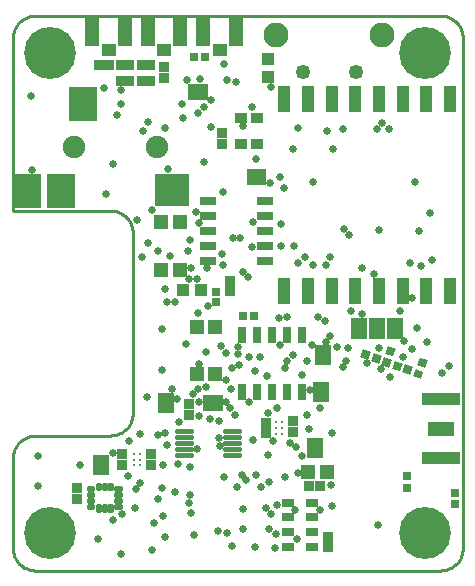
<source format=gbr>
G04 EAGLE Gerber RS-274X export*
G75*
%MOMM*%
%FSLAX34Y34*%
%LPD*%
%INSoldermask Top*%
%IPPOS*%
%AMOC8*
5,1,8,0,0,1.08239X$1,22.5*%
G01*
%ADD10C,4.394200*%
%ADD11R,0.823200X0.823200*%
%ADD12R,0.711200X1.473200*%
%ADD13R,1.473200X0.711200*%
%ADD14C,2.103200*%
%ADD15C,1.253200*%
%ADD16R,0.838200X1.473200*%
%ADD17R,1.473200X0.838200*%
%ADD18R,1.103200X0.863200*%
%ADD19R,0.703200X0.703200*%
%ADD20R,1.371600X1.803400*%
%ADD21C,0.231472*%
%ADD22R,1.103200X0.753200*%
%ADD23R,1.003200X2.203200*%
%ADD24C,0.453200*%
%ADD25C,0.325000*%
%ADD26R,3.200000X1.000000*%
%ADD27R,2.200000X1.200000*%
%ADD28R,0.700000X0.700000*%
%ADD29R,1.203200X1.203200*%
%ADD30R,1.253200X2.403200*%
%ADD31R,1.203200X1.003200*%
%ADD32R,0.700000X0.700000*%
%ADD33R,0.703200X0.703200*%
%ADD34R,2.203200X3.003200*%
%ADD35R,3.003200X2.803200*%
%ADD36R,2.403200X3.003200*%
%ADD37C,1.903200*%
%ADD38R,1.498600X0.812800*%
%ADD39R,1.153200X1.203200*%
%ADD40R,1.003200X1.003200*%
%ADD41C,0.657200*%
%ADD42C,0.254000*%


D10*
X31750Y438150D03*
X349250Y438150D03*
X31750Y31750D03*
X349250Y31750D03*
D11*
X214249Y116150D03*
X214249Y125150D03*
X237490Y117420D03*
X237490Y126420D03*
X250770Y71882D03*
X259770Y71882D03*
X266954Y28630D03*
X266954Y19630D03*
X116840Y98480D03*
X116840Y89480D03*
X92710Y98480D03*
X92710Y89480D03*
X54737Y69524D03*
X54737Y60524D03*
X183769Y245546D03*
X183769Y236546D03*
X177419Y361260D03*
X177419Y370260D03*
D12*
X245110Y199771D03*
X245110Y151511D03*
X232410Y199771D03*
X232410Y151511D03*
X219710Y199771D03*
X219710Y151511D03*
X207010Y199771D03*
X207010Y151511D03*
X194310Y199771D03*
X194310Y151511D03*
D13*
X164973Y312928D03*
X213233Y312928D03*
X164973Y300228D03*
X213233Y300228D03*
X164973Y287528D03*
X213233Y287528D03*
X164973Y274828D03*
X213233Y274828D03*
X164973Y262128D03*
X213233Y262128D03*
D14*
X312970Y453644D03*
X222970Y453644D03*
D15*
X245720Y422394D03*
X290220Y422394D03*
D16*
X165227Y141605D03*
X173355Y141605D03*
D17*
X129413Y145923D03*
X129413Y137795D03*
X262763Y178308D03*
X262763Y186436D03*
X255905Y107569D03*
X255905Y99441D03*
X74676Y93599D03*
X74676Y85471D03*
D16*
X210312Y332994D03*
X202184Y332994D03*
D18*
X206394Y361160D03*
X206394Y383060D03*
X192894Y383060D03*
X192894Y361160D03*
D19*
X195017Y215773D03*
X204017Y215773D03*
X171831Y227021D03*
X171831Y236021D03*
D20*
G36*
X299788Y195899D02*
X286073Y195922D01*
X286104Y213955D01*
X299819Y213932D01*
X299788Y195899D01*
G37*
G36*
X315028Y195872D02*
X301313Y195895D01*
X301344Y213928D01*
X315059Y213905D01*
X315028Y195872D01*
G37*
G36*
X330268Y195845D02*
X316553Y195868D01*
X316584Y213901D01*
X330299Y213878D01*
X330268Y195845D01*
G37*
D21*
X91352Y55835D02*
X86634Y55835D01*
X91352Y55835D02*
X91352Y53117D01*
X86634Y53117D01*
X86634Y55835D01*
X86634Y55316D02*
X91352Y55316D01*
X91352Y60835D02*
X86634Y60835D01*
X91352Y60835D02*
X91352Y58117D01*
X86634Y58117D01*
X86634Y60835D01*
X86634Y60316D02*
X91352Y60316D01*
X91352Y65835D02*
X86634Y65835D01*
X91352Y65835D02*
X91352Y63117D01*
X86634Y63117D01*
X86634Y65835D01*
X86634Y65316D02*
X91352Y65316D01*
X91352Y70835D02*
X86634Y70835D01*
X91352Y70835D02*
X91352Y68117D01*
X86634Y68117D01*
X86634Y70835D01*
X86634Y70316D02*
X91352Y70316D01*
X80984Y68767D02*
X80984Y73485D01*
X83702Y73485D01*
X83702Y68767D01*
X80984Y68767D01*
X80984Y70966D02*
X83702Y70966D01*
X83702Y73165D02*
X80984Y73165D01*
X75984Y73485D02*
X75984Y68767D01*
X75984Y73485D02*
X78702Y73485D01*
X78702Y68767D01*
X75984Y68767D01*
X75984Y70966D02*
X78702Y70966D01*
X78702Y73165D02*
X75984Y73165D01*
X70984Y73485D02*
X70984Y68767D01*
X70984Y73485D02*
X73702Y73485D01*
X73702Y68767D01*
X70984Y68767D01*
X70984Y70966D02*
X73702Y70966D01*
X73702Y73165D02*
X70984Y73165D01*
X68052Y68117D02*
X63334Y68117D01*
X63334Y70835D01*
X68052Y70835D01*
X68052Y68117D01*
X68052Y70316D02*
X63334Y70316D01*
X63334Y63117D02*
X68052Y63117D01*
X63334Y63117D02*
X63334Y65835D01*
X68052Y65835D01*
X68052Y63117D01*
X68052Y65316D02*
X63334Y65316D01*
X63334Y58117D02*
X68052Y58117D01*
X63334Y58117D02*
X63334Y60835D01*
X68052Y60835D01*
X68052Y58117D01*
X68052Y60316D02*
X63334Y60316D01*
X63334Y53117D02*
X68052Y53117D01*
X63334Y53117D02*
X63334Y55835D01*
X68052Y55835D01*
X68052Y53117D01*
X68052Y55316D02*
X63334Y55316D01*
X73702Y55185D02*
X73702Y50467D01*
X70984Y50467D01*
X70984Y55185D01*
X73702Y55185D01*
X73702Y52666D02*
X70984Y52666D01*
X70984Y54865D02*
X73702Y54865D01*
X78702Y55185D02*
X78702Y50467D01*
X75984Y50467D01*
X75984Y55185D01*
X78702Y55185D01*
X78702Y52666D02*
X75984Y52666D01*
X75984Y54865D02*
X78702Y54865D01*
X83702Y55185D02*
X83702Y50467D01*
X80984Y50467D01*
X80984Y55185D01*
X83702Y55185D01*
X83702Y52666D02*
X80984Y52666D01*
X80984Y54865D02*
X83702Y54865D01*
D22*
X253078Y19985D03*
X253078Y32485D03*
X253078Y44985D03*
X253078Y57485D03*
X233078Y57485D03*
X233078Y44985D03*
X233078Y32485D03*
X233078Y19985D03*
D23*
X229974Y236888D03*
X249974Y236888D03*
X269974Y236888D03*
X289974Y236888D03*
X309974Y236888D03*
X329974Y236888D03*
X349974Y236888D03*
X369974Y236888D03*
X369974Y398888D03*
X349974Y398888D03*
X329974Y398888D03*
X309974Y398888D03*
X289974Y398888D03*
X269974Y398888D03*
X249974Y398888D03*
X229974Y398888D03*
D24*
X151104Y118204D02*
X139104Y118204D01*
X139104Y113204D02*
X151104Y113204D01*
X151104Y108204D02*
X139104Y108204D01*
X139104Y103204D02*
X151104Y103204D01*
X151104Y98204D02*
X139104Y98204D01*
X179604Y98204D02*
X191604Y98204D01*
X191604Y103204D02*
X179604Y103204D01*
X179604Y108204D02*
X191604Y108204D01*
X191604Y113204D02*
X179604Y113204D01*
X179604Y118204D02*
X191604Y118204D01*
D25*
X223179Y115650D03*
X228179Y115650D03*
X223179Y120650D03*
X228179Y120650D03*
X223179Y125650D03*
X228179Y125650D03*
X107910Y98980D03*
X102910Y98980D03*
X107910Y93980D03*
X102910Y93980D03*
X107910Y88980D03*
X102910Y88980D03*
D26*
X362935Y145075D03*
X362935Y95075D03*
D27*
X362935Y120075D03*
D28*
X374619Y56024D03*
X374619Y66024D03*
X333959Y79984D03*
X333959Y69984D03*
D29*
X155576Y206055D03*
X171576Y206055D03*
X171576Y166055D03*
X155576Y166055D03*
X125350Y294828D03*
X141350Y294828D03*
X141350Y254828D03*
X125350Y254828D03*
D30*
X94903Y456311D03*
X67403Y456311D03*
D31*
X81153Y441061D03*
D30*
X141893Y456311D03*
X114393Y456311D03*
D31*
X128143Y441061D03*
D30*
X188883Y456184D03*
X161383Y456184D03*
D31*
X175133Y440934D03*
D19*
X162615Y434721D03*
X153615Y434721D03*
D32*
G36*
X300504Y178415D02*
X293928Y180809D01*
X296322Y187385D01*
X302898Y184991D01*
X300504Y178415D01*
G37*
G36*
X309901Y174995D02*
X303325Y177389D01*
X305719Y183965D01*
X312295Y181571D01*
X309901Y174995D01*
G37*
G36*
X320867Y178434D02*
X318473Y171858D01*
X311897Y174252D01*
X314291Y180828D01*
X320867Y178434D01*
G37*
G36*
X324287Y187831D02*
X321893Y181255D01*
X315317Y183649D01*
X317711Y190225D01*
X324287Y187831D01*
G37*
G36*
X347685Y168501D02*
X345291Y161925D01*
X338715Y164319D01*
X341109Y170895D01*
X347685Y168501D01*
G37*
G36*
X351105Y177898D02*
X348711Y171322D01*
X342135Y173716D01*
X344529Y180292D01*
X351105Y177898D01*
G37*
D33*
G36*
X327683Y168656D02*
X321076Y171061D01*
X323481Y177668D01*
X330088Y175263D01*
X327683Y168656D01*
G37*
G36*
X336140Y165578D02*
X329533Y167983D01*
X331938Y174590D01*
X338545Y172185D01*
X336140Y165578D01*
G37*
D34*
X12828Y321394D03*
D35*
X134828Y322394D03*
D36*
X59828Y395394D03*
X40828Y321394D03*
D37*
X51828Y358394D03*
X121828Y358394D03*
D16*
X160909Y405257D03*
X152781Y405257D03*
D38*
X113157Y414886D03*
X113157Y427886D03*
X95123Y427886D03*
X95123Y414886D03*
D11*
X128397Y426394D03*
X128397Y417394D03*
D17*
X261241Y146872D03*
X261241Y155000D03*
D39*
X266318Y83693D03*
X250318Y83693D03*
D11*
X149352Y131771D03*
X149352Y140771D03*
D40*
X215900Y417950D03*
X215900Y432950D03*
D11*
X81716Y428117D03*
X72716Y428117D03*
D40*
X159138Y237871D03*
X144138Y237871D03*
D41*
X336550Y260350D03*
X217678Y327787D03*
X237490Y356997D03*
X85090Y344297D03*
X78740Y318897D03*
X15240Y401447D03*
X295529Y256159D03*
X264922Y258953D03*
X162052Y345948D03*
X181102Y415671D03*
X117983Y305181D03*
X179070Y428498D03*
X158242Y415798D03*
X202311Y392684D03*
X144272Y383032D03*
X337947Y230378D03*
X241808Y259969D03*
X229362Y323596D03*
X163957Y185420D03*
X157480Y175260D03*
X175895Y190373D03*
X227076Y274701D03*
X269621Y72517D03*
X240792Y26416D03*
X308991Y38608D03*
X363347Y166878D03*
X344297Y287528D03*
X283464Y188595D03*
X123063Y270383D03*
X161925Y392176D03*
X319659Y164084D03*
X310261Y188722D03*
X157607Y142367D03*
X345948Y257683D03*
X156591Y218440D03*
X186182Y281305D03*
X178054Y258953D03*
X56896Y89027D03*
X97409Y80137D03*
X103124Y53086D03*
X127000Y89154D03*
X149987Y87630D03*
X149606Y63754D03*
X122555Y60325D03*
X127000Y46355D03*
X227076Y293751D03*
X149225Y247142D03*
X164338Y255905D03*
X154813Y303530D03*
X251333Y153162D03*
X249174Y131445D03*
X128524Y237998D03*
X264795Y193421D03*
X249301Y177038D03*
X91440Y14097D03*
X72390Y26797D03*
X21590Y96647D03*
X21590Y71247D03*
X180975Y31750D03*
X369697Y173228D03*
X338074Y187579D03*
X353568Y302768D03*
X270637Y54991D03*
X153797Y29972D03*
X118237Y17145D03*
X185039Y153416D03*
X191389Y174371D03*
X140843Y125349D03*
X128905Y116332D03*
X130556Y106045D03*
X92075Y47879D03*
X119634Y40005D03*
X184023Y137414D03*
X232410Y177419D03*
X209550Y181102D03*
X312420Y378968D03*
X318262Y374142D03*
X308356Y373888D03*
X254127Y329184D03*
X284988Y283718D03*
X280289Y289052D03*
X279400Y374142D03*
X266393Y372551D03*
X270891Y356743D03*
X306197Y251206D03*
X194564Y253111D03*
X199136Y248539D03*
X237236Y182626D03*
X152273Y149543D03*
X137668Y227394D03*
X178562Y79185D03*
X150686Y256032D03*
X165100Y223838D03*
X148844Y57468D03*
X205740Y348488D03*
X177673Y320675D03*
X230505Y171133D03*
X245237Y165227D03*
X239713Y104775D03*
X223266Y55245D03*
X150813Y48705D03*
X232029Y214376D03*
X286258Y219583D03*
X295783Y217170D03*
X225679Y213995D03*
X187706Y131953D03*
X166751Y128524D03*
X174244Y112141D03*
X225806Y191008D03*
X253111Y191008D03*
X190627Y183388D03*
X205359Y168529D03*
X215900Y133350D03*
X180086Y183769D03*
X180340Y161417D03*
X137160Y66104D03*
X197485Y76264D03*
X220663Y110046D03*
X200025Y180975D03*
X190754Y189548D03*
X341858Y205127D03*
X340614Y328676D03*
X310388Y288671D03*
X157734Y294259D03*
X202438Y274066D03*
X157353Y130556D03*
X200279Y142367D03*
X274320Y189103D03*
X258572Y215011D03*
X176911Y267716D03*
X263906Y211328D03*
X149860Y279781D03*
X126365Y69596D03*
X140081Y90424D03*
X156083Y102997D03*
X113919Y146558D03*
X148590Y270510D03*
X226441Y332994D03*
X241300Y374650D03*
X327533Y219964D03*
X174625Y126365D03*
X175260Y105410D03*
X180213Y142621D03*
X163449Y155067D03*
X146558Y191770D03*
X126365Y204470D03*
X157099Y387350D03*
X139319Y145161D03*
X147066Y415544D03*
X188849Y414020D03*
X192532Y281178D03*
X167822Y398471D03*
X195072Y376047D03*
X167640Y375793D03*
X77597Y408686D03*
X193675Y80963D03*
X173355Y33401D03*
X98743Y109601D03*
X123254Y114554D03*
X135065Y153988D03*
X130239Y227140D03*
X88265Y385318D03*
X91694Y394589D03*
X91440Y406781D03*
X133350Y266700D03*
X157163Y153988D03*
X142875Y395288D03*
X330518Y180975D03*
X299784Y175387D03*
X282448Y177546D03*
X234442Y107950D03*
X215837Y97663D03*
X114173Y277241D03*
X126175Y169863D03*
X185230Y171641D03*
X215265Y165100D03*
X223647Y137287D03*
X251016Y119888D03*
X245047Y97346D03*
X241300Y82550D03*
X128588Y374650D03*
X131763Y339725D03*
X185674Y20701D03*
X190056Y70866D03*
X194945Y34925D03*
X195263Y52388D03*
X16637Y339471D03*
X218821Y409321D03*
X209804Y70485D03*
X216535Y35306D03*
X205550Y81026D03*
X216980Y75057D03*
X270574Y116269D03*
X260223Y137351D03*
X279337Y172403D03*
X311341Y170752D03*
X350838Y193675D03*
X355283Y262954D03*
X331534Y193993D03*
X268288Y265113D03*
X218377Y48006D03*
X238633Y51181D03*
X260223Y51308D03*
X268288Y198374D03*
X254000Y258763D03*
X247650Y265113D03*
X238125Y274511D03*
X203200Y295275D03*
X214059Y53277D03*
X103886Y68834D03*
X203327Y110363D03*
X109919Y372047D03*
X222250Y19050D03*
X205042Y19622D03*
X84392Y43117D03*
X84646Y99378D03*
X129159Y28067D03*
X222631Y30607D03*
X114300Y379413D03*
X105410Y296609D03*
X109538Y265113D03*
X107760Y115253D03*
X107950Y74232D03*
X230632Y79502D03*
X156083Y246634D03*
D42*
X0Y19050D02*
X73Y17390D01*
X289Y15742D01*
X649Y14120D01*
X1149Y12535D01*
X1785Y10999D01*
X2552Y9525D01*
X3445Y8123D01*
X4457Y6805D01*
X5580Y5580D01*
X6805Y4457D01*
X8123Y3445D01*
X9525Y2552D01*
X10999Y1785D01*
X12535Y1149D01*
X14120Y649D01*
X15742Y289D01*
X17390Y73D01*
X19050Y0D01*
X361950Y0D01*
X363610Y73D01*
X365258Y289D01*
X366881Y649D01*
X368465Y1149D01*
X370001Y1785D01*
X371475Y2552D01*
X372877Y3445D01*
X374195Y4457D01*
X375420Y5580D01*
X376543Y6805D01*
X377555Y8123D01*
X378448Y9525D01*
X379215Y10999D01*
X379851Y12535D01*
X380351Y14120D01*
X380711Y15742D01*
X380928Y17390D01*
X381000Y19050D01*
X381000Y450850D01*
X380928Y452510D01*
X380711Y454158D01*
X380351Y455781D01*
X379851Y457365D01*
X379215Y458901D01*
X378448Y460375D01*
X377555Y461777D01*
X376543Y463095D01*
X375420Y464320D01*
X374195Y465443D01*
X372877Y466455D01*
X371475Y467348D01*
X370001Y468115D01*
X368465Y468751D01*
X366881Y469251D01*
X365258Y469611D01*
X363610Y469828D01*
X361950Y469900D01*
X19050Y469900D01*
X17390Y469828D01*
X15742Y469611D01*
X14120Y469251D01*
X12535Y468751D01*
X10999Y468115D01*
X9525Y467348D01*
X8123Y466455D01*
X6805Y465443D01*
X5580Y464320D01*
X4457Y463095D01*
X3445Y461777D01*
X2552Y460375D01*
X1785Y458901D01*
X1149Y457365D01*
X649Y455781D01*
X289Y454158D01*
X73Y452510D01*
X0Y450850D01*
X0Y304800D01*
X82550Y304800D01*
X84210Y304728D01*
X85858Y304511D01*
X87481Y304151D01*
X89065Y303651D01*
X90601Y303015D01*
X92075Y302248D01*
X93477Y301355D01*
X94795Y300343D01*
X96020Y299220D01*
X97143Y297995D01*
X98155Y296677D01*
X99048Y295275D01*
X99815Y293801D01*
X100451Y292265D01*
X100951Y290681D01*
X101311Y289058D01*
X101528Y287410D01*
X101600Y285750D01*
X101600Y133350D01*
X101528Y131690D01*
X101311Y130042D01*
X100951Y128420D01*
X100451Y126835D01*
X99815Y125299D01*
X99048Y123825D01*
X98155Y122423D01*
X97143Y121105D01*
X96020Y119880D01*
X94795Y118757D01*
X93477Y117745D01*
X92075Y116852D01*
X90601Y116085D01*
X89065Y115449D01*
X87481Y114949D01*
X85858Y114589D01*
X84210Y114373D01*
X82550Y114300D01*
X19050Y114300D01*
X17390Y114228D01*
X15742Y114011D01*
X14120Y113651D01*
X12535Y113151D01*
X10999Y112515D01*
X9525Y111748D01*
X8123Y110855D01*
X6805Y109843D01*
X5580Y108720D01*
X4457Y107495D01*
X3445Y106177D01*
X2552Y104775D01*
X1785Y103301D01*
X1149Y101765D01*
X649Y100181D01*
X289Y98558D01*
X73Y96910D01*
X0Y95250D01*
X0Y19050D01*
M02*

</source>
